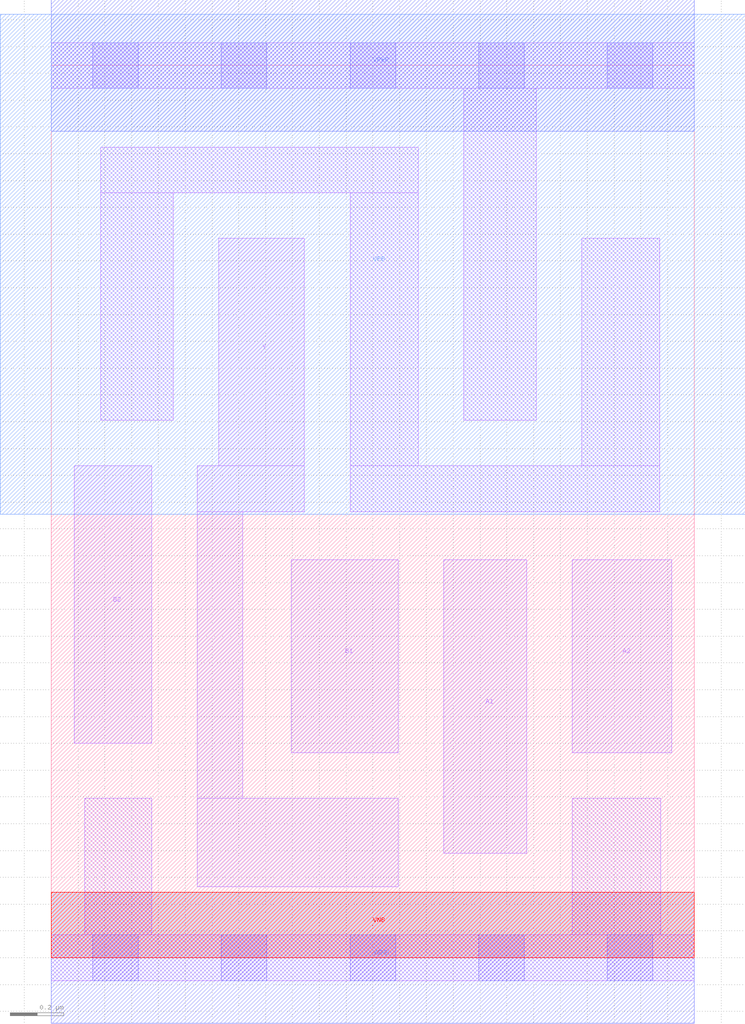
<source format=lef>
# Copyright 2020 The SkyWater PDK Authors
#
# Licensed under the Apache License, Version 2.0 (the "License");
# you may not use this file except in compliance with the License.
# You may obtain a copy of the License at
#
#     https://www.apache.org/licenses/LICENSE-2.0
#
# Unless required by applicable law or agreed to in writing, software
# distributed under the License is distributed on an "AS IS" BASIS,
# WITHOUT WARRANTIES OR CONDITIONS OF ANY KIND, either express or implied.
# See the License for the specific language governing permissions and
# limitations under the License.
#
# SPDX-License-Identifier: Apache-2.0

VERSION 5.7 ;
  NOWIREEXTENSIONATPIN ON ;
  DIVIDERCHAR "/" ;
  BUSBITCHARS "[]" ;
MACRO sky130_fd_sc_lp__a22oi_0
  CLASS CORE ;
  FOREIGN sky130_fd_sc_lp__a22oi_0 ;
  ORIGIN  0.000000  0.000000 ;
  SIZE  2.400000 BY  3.330000 ;
  SYMMETRY X Y R90 ;
  SITE unit ;
  PIN A1
    ANTENNAGATEAREA  0.159000 ;
    DIRECTION INPUT ;
    USE SIGNAL ;
    PORT
      LAYER li1 ;
        RECT 1.465000 0.390000 1.775000 1.485000 ;
    END
  END A1
  PIN A2
    ANTENNAGATEAREA  0.159000 ;
    DIRECTION INPUT ;
    USE SIGNAL ;
    PORT
      LAYER li1 ;
        RECT 1.945000 0.765000 2.315000 1.485000 ;
    END
  END A2
  PIN B1
    ANTENNAGATEAREA  0.159000 ;
    DIRECTION INPUT ;
    USE SIGNAL ;
    PORT
      LAYER li1 ;
        RECT 0.895000 0.765000 1.295000 1.485000 ;
    END
  END B1
  PIN B2
    ANTENNAGATEAREA  0.159000 ;
    DIRECTION INPUT ;
    USE SIGNAL ;
    PORT
      LAYER li1 ;
        RECT 0.085000 0.800000 0.375000 1.835000 ;
    END
  END B2
  PIN Y
    ANTENNADIFFAREA  0.355600 ;
    DIRECTION OUTPUT ;
    USE SIGNAL ;
    PORT
      LAYER li1 ;
        RECT 0.545000 0.265000 1.295000 0.595000 ;
        RECT 0.545000 0.595000 0.715000 1.665000 ;
        RECT 0.545000 1.665000 0.945000 1.835000 ;
        RECT 0.625000 1.835000 0.945000 2.685000 ;
    END
  END Y
  PIN VGND
    DIRECTION INOUT ;
    USE GROUND ;
    PORT
      LAYER met1 ;
        RECT 0.000000 -0.245000 2.400000 0.245000 ;
    END
  END VGND
  PIN VNB
    DIRECTION INOUT ;
    USE GROUND ;
    PORT
      LAYER pwell ;
        RECT 0.000000 0.000000 2.400000 0.245000 ;
    END
  END VNB
  PIN VPB
    DIRECTION INOUT ;
    USE POWER ;
    PORT
      LAYER nwell ;
        RECT -0.190000 1.655000 2.590000 3.520000 ;
    END
  END VPB
  PIN VPWR
    DIRECTION INOUT ;
    USE POWER ;
    PORT
      LAYER met1 ;
        RECT 0.000000 3.085000 2.400000 3.575000 ;
    END
  END VPWR
  OBS
    LAYER li1 ;
      RECT 0.000000 -0.085000 2.400000 0.085000 ;
      RECT 0.000000  3.245000 2.400000 3.415000 ;
      RECT 0.125000  0.085000 0.375000 0.595000 ;
      RECT 0.185000  2.005000 0.455000 2.855000 ;
      RECT 0.185000  2.855000 1.370000 3.025000 ;
      RECT 1.115000  1.665000 2.270000 1.835000 ;
      RECT 1.115000  1.835000 1.370000 2.855000 ;
      RECT 1.540000  2.005000 1.810000 3.245000 ;
      RECT 1.945000  0.085000 2.275000 0.595000 ;
      RECT 1.980000  1.835000 2.270000 2.685000 ;
    LAYER mcon ;
      RECT 0.155000 -0.085000 0.325000 0.085000 ;
      RECT 0.155000  3.245000 0.325000 3.415000 ;
      RECT 0.635000 -0.085000 0.805000 0.085000 ;
      RECT 0.635000  3.245000 0.805000 3.415000 ;
      RECT 1.115000 -0.085000 1.285000 0.085000 ;
      RECT 1.115000  3.245000 1.285000 3.415000 ;
      RECT 1.595000 -0.085000 1.765000 0.085000 ;
      RECT 1.595000  3.245000 1.765000 3.415000 ;
      RECT 2.075000 -0.085000 2.245000 0.085000 ;
      RECT 2.075000  3.245000 2.245000 3.415000 ;
  END
END sky130_fd_sc_lp__a22oi_0
END LIBRARY

</source>
